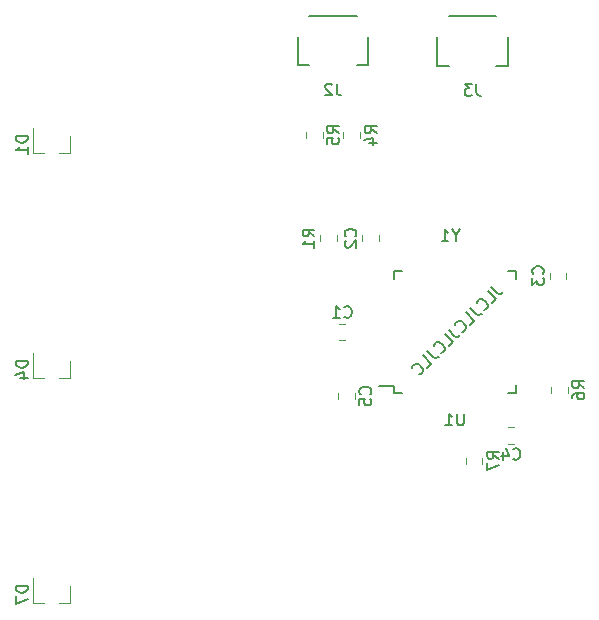
<source format=gbo>
G04 #@! TF.GenerationSoftware,KiCad,Pcbnew,(5.1.2)-2*
G04 #@! TF.CreationDate,2020-07-12T21:59:46+03:00*
G04 #@! TF.ProjectId,KB-Prototype,4b422d50-726f-4746-9f74-7970652e6b69,rev?*
G04 #@! TF.SameCoordinates,Original*
G04 #@! TF.FileFunction,Legend,Bot*
G04 #@! TF.FilePolarity,Positive*
%FSLAX46Y46*%
G04 Gerber Fmt 4.6, Leading zero omitted, Abs format (unit mm)*
G04 Created by KiCad (PCBNEW (5.1.2)-2) date 2020-07-12 21:59:46*
%MOMM*%
%LPD*%
G04 APERTURE LIST*
%ADD10C,0.150000*%
%ADD11C,0.120000*%
%ADD12C,3.602000*%
%ADD13R,0.502000X2.102000*%
%ADD14R,0.652000X1.602000*%
%ADD15R,1.602000X0.652000*%
%ADD16C,0.100000*%
%ADD17C,1.077000*%
%ADD18C,2.352000*%
%ADD19C,4.089800*%
%ADD20C,1.852000*%
%ADD21R,1.302000X1.902000*%
%ADD22R,0.702000X1.652000*%
%ADD23R,0.902000X1.002000*%
G04 APERTURE END LIST*
D10*
X80094934Y-50956614D02*
X80600011Y-51461691D01*
X80734698Y-51529034D01*
X80869385Y-51529034D01*
X81004072Y-51461691D01*
X81071415Y-51394347D01*
X80128606Y-52337156D02*
X80465324Y-52000439D01*
X79758217Y-51293332D01*
X79421499Y-52909576D02*
X79488843Y-52909576D01*
X79623530Y-52842233D01*
X79690873Y-52774889D01*
X79758217Y-52640202D01*
X79758217Y-52505515D01*
X79724545Y-52404500D01*
X79623530Y-52236141D01*
X79522514Y-52135126D01*
X79354156Y-52034111D01*
X79253140Y-52000439D01*
X79118453Y-52000439D01*
X78983766Y-52067782D01*
X78916423Y-52135126D01*
X78849079Y-52269813D01*
X78849079Y-52337156D01*
X78276660Y-52774889D02*
X78781736Y-53279965D01*
X78916423Y-53347309D01*
X79051110Y-53347309D01*
X79185797Y-53279965D01*
X79253140Y-53212622D01*
X78310331Y-54155431D02*
X78647049Y-53818713D01*
X77939942Y-53111607D01*
X77603225Y-54727851D02*
X77670568Y-54727851D01*
X77805255Y-54660507D01*
X77872599Y-54593164D01*
X77939942Y-54458477D01*
X77939942Y-54323790D01*
X77906270Y-54222774D01*
X77805255Y-54054416D01*
X77704240Y-53953400D01*
X77535881Y-53852385D01*
X77434866Y-53818713D01*
X77300179Y-53818713D01*
X77165492Y-53886057D01*
X77098148Y-53953400D01*
X77030805Y-54088087D01*
X77030805Y-54155431D01*
X76458385Y-54593164D02*
X76963461Y-55098240D01*
X77098148Y-55165583D01*
X77232835Y-55165583D01*
X77367522Y-55098240D01*
X77434866Y-55030896D01*
X76492057Y-55973705D02*
X76828774Y-55636988D01*
X76121668Y-54929881D01*
X75784950Y-56546125D02*
X75852294Y-56546125D01*
X75986981Y-56478782D01*
X76054324Y-56411438D01*
X76121668Y-56276751D01*
X76121668Y-56142064D01*
X76087996Y-56041049D01*
X75986981Y-55872690D01*
X75885965Y-55771675D01*
X75717607Y-55670660D01*
X75616591Y-55636988D01*
X75481904Y-55636988D01*
X75347217Y-55704331D01*
X75279874Y-55771675D01*
X75212530Y-55906362D01*
X75212530Y-55973705D01*
X74640111Y-56411438D02*
X75145187Y-56916514D01*
X75279874Y-56983858D01*
X75414561Y-56983858D01*
X75549248Y-56916514D01*
X75616591Y-56849171D01*
X74673782Y-57791980D02*
X75010500Y-57455263D01*
X74303393Y-56748156D01*
X73966675Y-58364400D02*
X74034019Y-58364400D01*
X74168706Y-58297056D01*
X74236049Y-58229713D01*
X74303393Y-58095026D01*
X74303393Y-57960339D01*
X74269721Y-57859324D01*
X74168706Y-57690965D01*
X74067691Y-57589950D01*
X73899332Y-57488934D01*
X73798317Y-57455263D01*
X73663630Y-57455263D01*
X73528943Y-57522606D01*
X73461599Y-57589950D01*
X73394256Y-57724637D01*
X73394256Y-57791980D01*
X71818750Y-59368750D02*
X70543750Y-59368750D01*
X82168750Y-59943750D02*
X81493750Y-59943750D01*
X82168750Y-49593750D02*
X81493750Y-49593750D01*
X71818750Y-49593750D02*
X72493750Y-49593750D01*
X71818750Y-59943750D02*
X72493750Y-59943750D01*
X71818750Y-49593750D02*
X71818750Y-50268750D01*
X82168750Y-49593750D02*
X82168750Y-50268750D01*
X82168750Y-59943750D02*
X82168750Y-59268750D01*
X71818750Y-59943750D02*
X71818750Y-59368750D01*
D11*
X77903000Y-65917578D02*
X77903000Y-65400422D01*
X79323000Y-65917578D02*
X79323000Y-65400422D01*
X85142000Y-59948578D02*
X85142000Y-59431422D01*
X86562000Y-59948578D02*
X86562000Y-59431422D01*
X64377500Y-38358578D02*
X64377500Y-37841422D01*
X65797500Y-38358578D02*
X65797500Y-37841422D01*
X67552500Y-38358578D02*
X67552500Y-37841422D01*
X68972500Y-38358578D02*
X68972500Y-37841422D01*
X67004000Y-46572672D02*
X67004000Y-47089828D01*
X65584000Y-46572672D02*
X65584000Y-47089828D01*
D10*
X75486000Y-32213000D02*
X76486000Y-32213000D01*
X75486000Y-29813000D02*
X75486000Y-32213000D01*
X80486000Y-28013000D02*
X76486000Y-28013000D01*
X81486000Y-32213000D02*
X81486000Y-29813000D01*
X80486000Y-32213000D02*
X81486000Y-32213000D01*
X63675000Y-32181250D02*
X64675000Y-32181250D01*
X63675000Y-29781250D02*
X63675000Y-32181250D01*
X68675000Y-27981250D02*
X64675000Y-27981250D01*
X69675000Y-32181250D02*
X69675000Y-29781250D01*
X68675000Y-32181250D02*
X69675000Y-32181250D01*
D11*
X44442500Y-77753750D02*
X44442500Y-76293750D01*
X41282500Y-77753750D02*
X41282500Y-75593750D01*
X41282500Y-77753750D02*
X42212500Y-77753750D01*
X44442500Y-77753750D02*
X43512500Y-77753750D01*
X44442500Y-58703750D02*
X44442500Y-57243750D01*
X41282500Y-58703750D02*
X41282500Y-56543750D01*
X41282500Y-58703750D02*
X42212500Y-58703750D01*
X44442500Y-58703750D02*
X43512500Y-58703750D01*
X44442500Y-39653750D02*
X44442500Y-38193750D01*
X41282500Y-39653750D02*
X41282500Y-37493750D01*
X41282500Y-39653750D02*
X42212500Y-39653750D01*
X44442500Y-39653750D02*
X43512500Y-39653750D01*
X67108000Y-60456578D02*
X67108000Y-59939422D01*
X68528000Y-60456578D02*
X68528000Y-59939422D01*
X81497672Y-62790000D02*
X82014828Y-62790000D01*
X81497672Y-64210000D02*
X82014828Y-64210000D01*
X86435000Y-49747672D02*
X86435000Y-50264828D01*
X85015000Y-49747672D02*
X85015000Y-50264828D01*
X70560000Y-46572672D02*
X70560000Y-47089828D01*
X69140000Y-46572672D02*
X69140000Y-47089828D01*
X67727328Y-55478750D02*
X67210172Y-55478750D01*
X67727328Y-54058750D02*
X67210172Y-54058750D01*
D10*
X77072430Y-46585190D02*
X77072430Y-47061380D01*
X77405763Y-46061380D02*
X77072430Y-46585190D01*
X76739097Y-46061380D01*
X75881954Y-47061380D02*
X76453382Y-47061380D01*
X76167668Y-47061380D02*
X76167668Y-46061380D01*
X76262906Y-46204238D01*
X76358144Y-46299476D01*
X76453382Y-46347095D01*
X77755654Y-61671130D02*
X77755654Y-62480654D01*
X77708035Y-62575892D01*
X77660416Y-62623511D01*
X77565178Y-62671130D01*
X77374702Y-62671130D01*
X77279464Y-62623511D01*
X77231845Y-62575892D01*
X77184226Y-62480654D01*
X77184226Y-61671130D01*
X76184226Y-62671130D02*
X76755654Y-62671130D01*
X76469940Y-62671130D02*
X76469940Y-61671130D01*
X76565178Y-61813988D01*
X76660416Y-61909226D01*
X76755654Y-61956845D01*
X80715380Y-65492333D02*
X80239190Y-65159000D01*
X80715380Y-64920904D02*
X79715380Y-64920904D01*
X79715380Y-65301857D01*
X79763000Y-65397095D01*
X79810619Y-65444714D01*
X79905857Y-65492333D01*
X80048714Y-65492333D01*
X80143952Y-65444714D01*
X80191571Y-65397095D01*
X80239190Y-65301857D01*
X80239190Y-64920904D01*
X79715380Y-65825666D02*
X79715380Y-66492333D01*
X80715380Y-66063761D01*
X87954380Y-59523333D02*
X87478190Y-59190000D01*
X87954380Y-58951904D02*
X86954380Y-58951904D01*
X86954380Y-59332857D01*
X87002000Y-59428095D01*
X87049619Y-59475714D01*
X87144857Y-59523333D01*
X87287714Y-59523333D01*
X87382952Y-59475714D01*
X87430571Y-59428095D01*
X87478190Y-59332857D01*
X87478190Y-58951904D01*
X86954380Y-60380476D02*
X86954380Y-60190000D01*
X87002000Y-60094761D01*
X87049619Y-60047142D01*
X87192476Y-59951904D01*
X87382952Y-59904285D01*
X87763904Y-59904285D01*
X87859142Y-59951904D01*
X87906761Y-59999523D01*
X87954380Y-60094761D01*
X87954380Y-60285238D01*
X87906761Y-60380476D01*
X87859142Y-60428095D01*
X87763904Y-60475714D01*
X87525809Y-60475714D01*
X87430571Y-60428095D01*
X87382952Y-60380476D01*
X87335333Y-60285238D01*
X87335333Y-60094761D01*
X87382952Y-59999523D01*
X87430571Y-59951904D01*
X87525809Y-59904285D01*
X67189880Y-37933333D02*
X66713690Y-37600000D01*
X67189880Y-37361904D02*
X66189880Y-37361904D01*
X66189880Y-37742857D01*
X66237500Y-37838095D01*
X66285119Y-37885714D01*
X66380357Y-37933333D01*
X66523214Y-37933333D01*
X66618452Y-37885714D01*
X66666071Y-37838095D01*
X66713690Y-37742857D01*
X66713690Y-37361904D01*
X66189880Y-38838095D02*
X66189880Y-38361904D01*
X66666071Y-38314285D01*
X66618452Y-38361904D01*
X66570833Y-38457142D01*
X66570833Y-38695238D01*
X66618452Y-38790476D01*
X66666071Y-38838095D01*
X66761309Y-38885714D01*
X66999404Y-38885714D01*
X67094642Y-38838095D01*
X67142261Y-38790476D01*
X67189880Y-38695238D01*
X67189880Y-38457142D01*
X67142261Y-38361904D01*
X67094642Y-38314285D01*
X70364880Y-37933333D02*
X69888690Y-37600000D01*
X70364880Y-37361904D02*
X69364880Y-37361904D01*
X69364880Y-37742857D01*
X69412500Y-37838095D01*
X69460119Y-37885714D01*
X69555357Y-37933333D01*
X69698214Y-37933333D01*
X69793452Y-37885714D01*
X69841071Y-37838095D01*
X69888690Y-37742857D01*
X69888690Y-37361904D01*
X69698214Y-38790476D02*
X70364880Y-38790476D01*
X69317261Y-38552380D02*
X70031547Y-38314285D01*
X70031547Y-38933333D01*
X65096380Y-46664583D02*
X64620190Y-46331250D01*
X65096380Y-46093154D02*
X64096380Y-46093154D01*
X64096380Y-46474107D01*
X64144000Y-46569345D01*
X64191619Y-46616964D01*
X64286857Y-46664583D01*
X64429714Y-46664583D01*
X64524952Y-46616964D01*
X64572571Y-46569345D01*
X64620190Y-46474107D01*
X64620190Y-46093154D01*
X65096380Y-47616964D02*
X65096380Y-47045535D01*
X65096380Y-47331250D02*
X64096380Y-47331250D01*
X64239238Y-47236011D01*
X64334476Y-47140773D01*
X64382095Y-47045535D01*
X78819333Y-33765380D02*
X78819333Y-34479666D01*
X78866952Y-34622523D01*
X78962190Y-34717761D01*
X79105047Y-34765380D01*
X79200285Y-34765380D01*
X78438380Y-33765380D02*
X77819333Y-33765380D01*
X78152666Y-34146333D01*
X78009809Y-34146333D01*
X77914571Y-34193952D01*
X77866952Y-34241571D01*
X77819333Y-34336809D01*
X77819333Y-34574904D01*
X77866952Y-34670142D01*
X77914571Y-34717761D01*
X78009809Y-34765380D01*
X78295523Y-34765380D01*
X78390761Y-34717761D01*
X78438380Y-34670142D01*
X67008333Y-33733630D02*
X67008333Y-34447916D01*
X67055952Y-34590773D01*
X67151190Y-34686011D01*
X67294047Y-34733630D01*
X67389285Y-34733630D01*
X66579761Y-33828869D02*
X66532142Y-33781250D01*
X66436904Y-33733630D01*
X66198809Y-33733630D01*
X66103571Y-33781250D01*
X66055952Y-33828869D01*
X66008333Y-33924107D01*
X66008333Y-34019345D01*
X66055952Y-34162202D01*
X66627380Y-34733630D01*
X66008333Y-34733630D01*
X40814880Y-76255654D02*
X39814880Y-76255654D01*
X39814880Y-76493750D01*
X39862500Y-76636607D01*
X39957738Y-76731845D01*
X40052976Y-76779464D01*
X40243452Y-76827083D01*
X40386309Y-76827083D01*
X40576785Y-76779464D01*
X40672023Y-76731845D01*
X40767261Y-76636607D01*
X40814880Y-76493750D01*
X40814880Y-76255654D01*
X39814880Y-77160416D02*
X39814880Y-77827083D01*
X40814880Y-77398511D01*
X40814880Y-57205654D02*
X39814880Y-57205654D01*
X39814880Y-57443750D01*
X39862500Y-57586607D01*
X39957738Y-57681845D01*
X40052976Y-57729464D01*
X40243452Y-57777083D01*
X40386309Y-57777083D01*
X40576785Y-57729464D01*
X40672023Y-57681845D01*
X40767261Y-57586607D01*
X40814880Y-57443750D01*
X40814880Y-57205654D01*
X40148214Y-58634226D02*
X40814880Y-58634226D01*
X39767261Y-58396130D02*
X40481547Y-58158035D01*
X40481547Y-58777083D01*
X40814880Y-38155654D02*
X39814880Y-38155654D01*
X39814880Y-38393750D01*
X39862500Y-38536607D01*
X39957738Y-38631845D01*
X40052976Y-38679464D01*
X40243452Y-38727083D01*
X40386309Y-38727083D01*
X40576785Y-38679464D01*
X40672023Y-38631845D01*
X40767261Y-38536607D01*
X40814880Y-38393750D01*
X40814880Y-38155654D01*
X40814880Y-39679464D02*
X40814880Y-39108035D01*
X40814880Y-39393750D02*
X39814880Y-39393750D01*
X39957738Y-39298511D01*
X40052976Y-39203273D01*
X40100595Y-39108035D01*
X69825142Y-60031333D02*
X69872761Y-59983714D01*
X69920380Y-59840857D01*
X69920380Y-59745619D01*
X69872761Y-59602761D01*
X69777523Y-59507523D01*
X69682285Y-59459904D01*
X69491809Y-59412285D01*
X69348952Y-59412285D01*
X69158476Y-59459904D01*
X69063238Y-59507523D01*
X68968000Y-59602761D01*
X68920380Y-59745619D01*
X68920380Y-59840857D01*
X68968000Y-59983714D01*
X69015619Y-60031333D01*
X68920380Y-60936095D02*
X68920380Y-60459904D01*
X69396571Y-60412285D01*
X69348952Y-60459904D01*
X69301333Y-60555142D01*
X69301333Y-60793238D01*
X69348952Y-60888476D01*
X69396571Y-60936095D01*
X69491809Y-60983714D01*
X69729904Y-60983714D01*
X69825142Y-60936095D01*
X69872761Y-60888476D01*
X69920380Y-60793238D01*
X69920380Y-60555142D01*
X69872761Y-60459904D01*
X69825142Y-60412285D01*
X81922916Y-65507142D02*
X81970535Y-65554761D01*
X82113392Y-65602380D01*
X82208630Y-65602380D01*
X82351488Y-65554761D01*
X82446726Y-65459523D01*
X82494345Y-65364285D01*
X82541964Y-65173809D01*
X82541964Y-65030952D01*
X82494345Y-64840476D01*
X82446726Y-64745238D01*
X82351488Y-64650000D01*
X82208630Y-64602380D01*
X82113392Y-64602380D01*
X81970535Y-64650000D01*
X81922916Y-64697619D01*
X81065773Y-64935714D02*
X81065773Y-65602380D01*
X81303869Y-64554761D02*
X81541964Y-65269047D01*
X80922916Y-65269047D01*
X84432142Y-49839583D02*
X84479761Y-49791964D01*
X84527380Y-49649107D01*
X84527380Y-49553869D01*
X84479761Y-49411011D01*
X84384523Y-49315773D01*
X84289285Y-49268154D01*
X84098809Y-49220535D01*
X83955952Y-49220535D01*
X83765476Y-49268154D01*
X83670238Y-49315773D01*
X83575000Y-49411011D01*
X83527380Y-49553869D01*
X83527380Y-49649107D01*
X83575000Y-49791964D01*
X83622619Y-49839583D01*
X83527380Y-50172916D02*
X83527380Y-50791964D01*
X83908333Y-50458630D01*
X83908333Y-50601488D01*
X83955952Y-50696726D01*
X84003571Y-50744345D01*
X84098809Y-50791964D01*
X84336904Y-50791964D01*
X84432142Y-50744345D01*
X84479761Y-50696726D01*
X84527380Y-50601488D01*
X84527380Y-50315773D01*
X84479761Y-50220535D01*
X84432142Y-50172916D01*
X68557142Y-46664583D02*
X68604761Y-46616964D01*
X68652380Y-46474107D01*
X68652380Y-46378869D01*
X68604761Y-46236011D01*
X68509523Y-46140773D01*
X68414285Y-46093154D01*
X68223809Y-46045535D01*
X68080952Y-46045535D01*
X67890476Y-46093154D01*
X67795238Y-46140773D01*
X67700000Y-46236011D01*
X67652380Y-46378869D01*
X67652380Y-46474107D01*
X67700000Y-46616964D01*
X67747619Y-46664583D01*
X67747619Y-47045535D02*
X67700000Y-47093154D01*
X67652380Y-47188392D01*
X67652380Y-47426488D01*
X67700000Y-47521726D01*
X67747619Y-47569345D01*
X67842857Y-47616964D01*
X67938095Y-47616964D01*
X68080952Y-47569345D01*
X68652380Y-46997916D01*
X68652380Y-47616964D01*
X67635416Y-53475892D02*
X67683035Y-53523511D01*
X67825892Y-53571130D01*
X67921130Y-53571130D01*
X68063988Y-53523511D01*
X68159226Y-53428273D01*
X68206845Y-53333035D01*
X68254464Y-53142559D01*
X68254464Y-52999702D01*
X68206845Y-52809226D01*
X68159226Y-52713988D01*
X68063988Y-52618750D01*
X67921130Y-52571130D01*
X67825892Y-52571130D01*
X67683035Y-52618750D01*
X67635416Y-52666369D01*
X66683035Y-53571130D02*
X67254464Y-53571130D01*
X66968750Y-53571130D02*
X66968750Y-52571130D01*
X67063988Y-52713988D01*
X67159226Y-52809226D01*
X67254464Y-52856845D01*
%LPC*%
D12*
X89789000Y-77978000D03*
X89916000Y-26797000D03*
X26797000Y-77978000D03*
X26924000Y-26797000D03*
D13*
X75381000Y-44577000D03*
X77781000Y-44577000D03*
X76581000Y-44577000D03*
D14*
X72993750Y-60468750D03*
X73793750Y-60468750D03*
X74593750Y-60468750D03*
X75393750Y-60468750D03*
X76193750Y-60468750D03*
X76993750Y-60468750D03*
X77793750Y-60468750D03*
X78593750Y-60468750D03*
X79393750Y-60468750D03*
X80193750Y-60468750D03*
X80993750Y-60468750D03*
D15*
X82693750Y-58768750D03*
X82693750Y-57968750D03*
X82693750Y-57168750D03*
X82693750Y-56368750D03*
X82693750Y-55568750D03*
X82693750Y-54768750D03*
X82693750Y-53968750D03*
X82693750Y-53168750D03*
X82693750Y-52368750D03*
X82693750Y-51568750D03*
X82693750Y-50768750D03*
D14*
X80993750Y-49068750D03*
X80193750Y-49068750D03*
X79393750Y-49068750D03*
X78593750Y-49068750D03*
X77793750Y-49068750D03*
X76993750Y-49068750D03*
X76193750Y-49068750D03*
X75393750Y-49068750D03*
X74593750Y-49068750D03*
X73793750Y-49068750D03*
X72993750Y-49068750D03*
D15*
X71293750Y-50768750D03*
X71293750Y-51568750D03*
X71293750Y-52368750D03*
X71293750Y-53168750D03*
X71293750Y-53968750D03*
X71293750Y-54768750D03*
X71293750Y-55568750D03*
X71293750Y-56368750D03*
X71293750Y-57168750D03*
X71293750Y-57968750D03*
X71293750Y-58768750D03*
D16*
G36*
X79121141Y-64184297D02*
G01*
X79147278Y-64188174D01*
X79172909Y-64194594D01*
X79197788Y-64203495D01*
X79221674Y-64214793D01*
X79244337Y-64228377D01*
X79265560Y-64244117D01*
X79285139Y-64261861D01*
X79302883Y-64281440D01*
X79318623Y-64302663D01*
X79332207Y-64325326D01*
X79343505Y-64349212D01*
X79352406Y-64374091D01*
X79358826Y-64399722D01*
X79362703Y-64425859D01*
X79364000Y-64452250D01*
X79364000Y-64990750D01*
X79362703Y-65017141D01*
X79358826Y-65043278D01*
X79352406Y-65068909D01*
X79343505Y-65093788D01*
X79332207Y-65117674D01*
X79318623Y-65140337D01*
X79302883Y-65161560D01*
X79285139Y-65181139D01*
X79265560Y-65198883D01*
X79244337Y-65214623D01*
X79221674Y-65228207D01*
X79197788Y-65239505D01*
X79172909Y-65248406D01*
X79147278Y-65254826D01*
X79121141Y-65258703D01*
X79094750Y-65260000D01*
X78131250Y-65260000D01*
X78104859Y-65258703D01*
X78078722Y-65254826D01*
X78053091Y-65248406D01*
X78028212Y-65239505D01*
X78004326Y-65228207D01*
X77981663Y-65214623D01*
X77960440Y-65198883D01*
X77940861Y-65181139D01*
X77923117Y-65161560D01*
X77907377Y-65140337D01*
X77893793Y-65117674D01*
X77882495Y-65093788D01*
X77873594Y-65068909D01*
X77867174Y-65043278D01*
X77863297Y-65017141D01*
X77862000Y-64990750D01*
X77862000Y-64452250D01*
X77863297Y-64425859D01*
X77867174Y-64399722D01*
X77873594Y-64374091D01*
X77882495Y-64349212D01*
X77893793Y-64325326D01*
X77907377Y-64302663D01*
X77923117Y-64281440D01*
X77940861Y-64261861D01*
X77960440Y-64244117D01*
X77981663Y-64228377D01*
X78004326Y-64214793D01*
X78028212Y-64203495D01*
X78053091Y-64194594D01*
X78078722Y-64188174D01*
X78104859Y-64184297D01*
X78131250Y-64183000D01*
X79094750Y-64183000D01*
X79121141Y-64184297D01*
X79121141Y-64184297D01*
G37*
D17*
X78613000Y-64721500D03*
D16*
G36*
X79121141Y-66059297D02*
G01*
X79147278Y-66063174D01*
X79172909Y-66069594D01*
X79197788Y-66078495D01*
X79221674Y-66089793D01*
X79244337Y-66103377D01*
X79265560Y-66119117D01*
X79285139Y-66136861D01*
X79302883Y-66156440D01*
X79318623Y-66177663D01*
X79332207Y-66200326D01*
X79343505Y-66224212D01*
X79352406Y-66249091D01*
X79358826Y-66274722D01*
X79362703Y-66300859D01*
X79364000Y-66327250D01*
X79364000Y-66865750D01*
X79362703Y-66892141D01*
X79358826Y-66918278D01*
X79352406Y-66943909D01*
X79343505Y-66968788D01*
X79332207Y-66992674D01*
X79318623Y-67015337D01*
X79302883Y-67036560D01*
X79285139Y-67056139D01*
X79265560Y-67073883D01*
X79244337Y-67089623D01*
X79221674Y-67103207D01*
X79197788Y-67114505D01*
X79172909Y-67123406D01*
X79147278Y-67129826D01*
X79121141Y-67133703D01*
X79094750Y-67135000D01*
X78131250Y-67135000D01*
X78104859Y-67133703D01*
X78078722Y-67129826D01*
X78053091Y-67123406D01*
X78028212Y-67114505D01*
X78004326Y-67103207D01*
X77981663Y-67089623D01*
X77960440Y-67073883D01*
X77940861Y-67056139D01*
X77923117Y-67036560D01*
X77907377Y-67015337D01*
X77893793Y-66992674D01*
X77882495Y-66968788D01*
X77873594Y-66943909D01*
X77867174Y-66918278D01*
X77863297Y-66892141D01*
X77862000Y-66865750D01*
X77862000Y-66327250D01*
X77863297Y-66300859D01*
X77867174Y-66274722D01*
X77873594Y-66249091D01*
X77882495Y-66224212D01*
X77893793Y-66200326D01*
X77907377Y-66177663D01*
X77923117Y-66156440D01*
X77940861Y-66136861D01*
X77960440Y-66119117D01*
X77981663Y-66103377D01*
X78004326Y-66089793D01*
X78028212Y-66078495D01*
X78053091Y-66069594D01*
X78078722Y-66063174D01*
X78104859Y-66059297D01*
X78131250Y-66058000D01*
X79094750Y-66058000D01*
X79121141Y-66059297D01*
X79121141Y-66059297D01*
G37*
D17*
X78613000Y-66596500D03*
D16*
G36*
X86360141Y-58215297D02*
G01*
X86386278Y-58219174D01*
X86411909Y-58225594D01*
X86436788Y-58234495D01*
X86460674Y-58245793D01*
X86483337Y-58259377D01*
X86504560Y-58275117D01*
X86524139Y-58292861D01*
X86541883Y-58312440D01*
X86557623Y-58333663D01*
X86571207Y-58356326D01*
X86582505Y-58380212D01*
X86591406Y-58405091D01*
X86597826Y-58430722D01*
X86601703Y-58456859D01*
X86603000Y-58483250D01*
X86603000Y-59021750D01*
X86601703Y-59048141D01*
X86597826Y-59074278D01*
X86591406Y-59099909D01*
X86582505Y-59124788D01*
X86571207Y-59148674D01*
X86557623Y-59171337D01*
X86541883Y-59192560D01*
X86524139Y-59212139D01*
X86504560Y-59229883D01*
X86483337Y-59245623D01*
X86460674Y-59259207D01*
X86436788Y-59270505D01*
X86411909Y-59279406D01*
X86386278Y-59285826D01*
X86360141Y-59289703D01*
X86333750Y-59291000D01*
X85370250Y-59291000D01*
X85343859Y-59289703D01*
X85317722Y-59285826D01*
X85292091Y-59279406D01*
X85267212Y-59270505D01*
X85243326Y-59259207D01*
X85220663Y-59245623D01*
X85199440Y-59229883D01*
X85179861Y-59212139D01*
X85162117Y-59192560D01*
X85146377Y-59171337D01*
X85132793Y-59148674D01*
X85121495Y-59124788D01*
X85112594Y-59099909D01*
X85106174Y-59074278D01*
X85102297Y-59048141D01*
X85101000Y-59021750D01*
X85101000Y-58483250D01*
X85102297Y-58456859D01*
X85106174Y-58430722D01*
X85112594Y-58405091D01*
X85121495Y-58380212D01*
X85132793Y-58356326D01*
X85146377Y-58333663D01*
X85162117Y-58312440D01*
X85179861Y-58292861D01*
X85199440Y-58275117D01*
X85220663Y-58259377D01*
X85243326Y-58245793D01*
X85267212Y-58234495D01*
X85292091Y-58225594D01*
X85317722Y-58219174D01*
X85343859Y-58215297D01*
X85370250Y-58214000D01*
X86333750Y-58214000D01*
X86360141Y-58215297D01*
X86360141Y-58215297D01*
G37*
D17*
X85852000Y-58752500D03*
D16*
G36*
X86360141Y-60090297D02*
G01*
X86386278Y-60094174D01*
X86411909Y-60100594D01*
X86436788Y-60109495D01*
X86460674Y-60120793D01*
X86483337Y-60134377D01*
X86504560Y-60150117D01*
X86524139Y-60167861D01*
X86541883Y-60187440D01*
X86557623Y-60208663D01*
X86571207Y-60231326D01*
X86582505Y-60255212D01*
X86591406Y-60280091D01*
X86597826Y-60305722D01*
X86601703Y-60331859D01*
X86603000Y-60358250D01*
X86603000Y-60896750D01*
X86601703Y-60923141D01*
X86597826Y-60949278D01*
X86591406Y-60974909D01*
X86582505Y-60999788D01*
X86571207Y-61023674D01*
X86557623Y-61046337D01*
X86541883Y-61067560D01*
X86524139Y-61087139D01*
X86504560Y-61104883D01*
X86483337Y-61120623D01*
X86460674Y-61134207D01*
X86436788Y-61145505D01*
X86411909Y-61154406D01*
X86386278Y-61160826D01*
X86360141Y-61164703D01*
X86333750Y-61166000D01*
X85370250Y-61166000D01*
X85343859Y-61164703D01*
X85317722Y-61160826D01*
X85292091Y-61154406D01*
X85267212Y-61145505D01*
X85243326Y-61134207D01*
X85220663Y-61120623D01*
X85199440Y-61104883D01*
X85179861Y-61087139D01*
X85162117Y-61067560D01*
X85146377Y-61046337D01*
X85132793Y-61023674D01*
X85121495Y-60999788D01*
X85112594Y-60974909D01*
X85106174Y-60949278D01*
X85102297Y-60923141D01*
X85101000Y-60896750D01*
X85101000Y-60358250D01*
X85102297Y-60331859D01*
X85106174Y-60305722D01*
X85112594Y-60280091D01*
X85121495Y-60255212D01*
X85132793Y-60231326D01*
X85146377Y-60208663D01*
X85162117Y-60187440D01*
X85179861Y-60167861D01*
X85199440Y-60150117D01*
X85220663Y-60134377D01*
X85243326Y-60120793D01*
X85267212Y-60109495D01*
X85292091Y-60100594D01*
X85317722Y-60094174D01*
X85343859Y-60090297D01*
X85370250Y-60089000D01*
X86333750Y-60089000D01*
X86360141Y-60090297D01*
X86360141Y-60090297D01*
G37*
D17*
X85852000Y-60627500D03*
D16*
G36*
X65595641Y-36625297D02*
G01*
X65621778Y-36629174D01*
X65647409Y-36635594D01*
X65672288Y-36644495D01*
X65696174Y-36655793D01*
X65718837Y-36669377D01*
X65740060Y-36685117D01*
X65759639Y-36702861D01*
X65777383Y-36722440D01*
X65793123Y-36743663D01*
X65806707Y-36766326D01*
X65818005Y-36790212D01*
X65826906Y-36815091D01*
X65833326Y-36840722D01*
X65837203Y-36866859D01*
X65838500Y-36893250D01*
X65838500Y-37431750D01*
X65837203Y-37458141D01*
X65833326Y-37484278D01*
X65826906Y-37509909D01*
X65818005Y-37534788D01*
X65806707Y-37558674D01*
X65793123Y-37581337D01*
X65777383Y-37602560D01*
X65759639Y-37622139D01*
X65740060Y-37639883D01*
X65718837Y-37655623D01*
X65696174Y-37669207D01*
X65672288Y-37680505D01*
X65647409Y-37689406D01*
X65621778Y-37695826D01*
X65595641Y-37699703D01*
X65569250Y-37701000D01*
X64605750Y-37701000D01*
X64579359Y-37699703D01*
X64553222Y-37695826D01*
X64527591Y-37689406D01*
X64502712Y-37680505D01*
X64478826Y-37669207D01*
X64456163Y-37655623D01*
X64434940Y-37639883D01*
X64415361Y-37622139D01*
X64397617Y-37602560D01*
X64381877Y-37581337D01*
X64368293Y-37558674D01*
X64356995Y-37534788D01*
X64348094Y-37509909D01*
X64341674Y-37484278D01*
X64337797Y-37458141D01*
X64336500Y-37431750D01*
X64336500Y-36893250D01*
X64337797Y-36866859D01*
X64341674Y-36840722D01*
X64348094Y-36815091D01*
X64356995Y-36790212D01*
X64368293Y-36766326D01*
X64381877Y-36743663D01*
X64397617Y-36722440D01*
X64415361Y-36702861D01*
X64434940Y-36685117D01*
X64456163Y-36669377D01*
X64478826Y-36655793D01*
X64502712Y-36644495D01*
X64527591Y-36635594D01*
X64553222Y-36629174D01*
X64579359Y-36625297D01*
X64605750Y-36624000D01*
X65569250Y-36624000D01*
X65595641Y-36625297D01*
X65595641Y-36625297D01*
G37*
D17*
X65087500Y-37162500D03*
D16*
G36*
X65595641Y-38500297D02*
G01*
X65621778Y-38504174D01*
X65647409Y-38510594D01*
X65672288Y-38519495D01*
X65696174Y-38530793D01*
X65718837Y-38544377D01*
X65740060Y-38560117D01*
X65759639Y-38577861D01*
X65777383Y-38597440D01*
X65793123Y-38618663D01*
X65806707Y-38641326D01*
X65818005Y-38665212D01*
X65826906Y-38690091D01*
X65833326Y-38715722D01*
X65837203Y-38741859D01*
X65838500Y-38768250D01*
X65838500Y-39306750D01*
X65837203Y-39333141D01*
X65833326Y-39359278D01*
X65826906Y-39384909D01*
X65818005Y-39409788D01*
X65806707Y-39433674D01*
X65793123Y-39456337D01*
X65777383Y-39477560D01*
X65759639Y-39497139D01*
X65740060Y-39514883D01*
X65718837Y-39530623D01*
X65696174Y-39544207D01*
X65672288Y-39555505D01*
X65647409Y-39564406D01*
X65621778Y-39570826D01*
X65595641Y-39574703D01*
X65569250Y-39576000D01*
X64605750Y-39576000D01*
X64579359Y-39574703D01*
X64553222Y-39570826D01*
X64527591Y-39564406D01*
X64502712Y-39555505D01*
X64478826Y-39544207D01*
X64456163Y-39530623D01*
X64434940Y-39514883D01*
X64415361Y-39497139D01*
X64397617Y-39477560D01*
X64381877Y-39456337D01*
X64368293Y-39433674D01*
X64356995Y-39409788D01*
X64348094Y-39384909D01*
X64341674Y-39359278D01*
X64337797Y-39333141D01*
X64336500Y-39306750D01*
X64336500Y-38768250D01*
X64337797Y-38741859D01*
X64341674Y-38715722D01*
X64348094Y-38690091D01*
X64356995Y-38665212D01*
X64368293Y-38641326D01*
X64381877Y-38618663D01*
X64397617Y-38597440D01*
X64415361Y-38577861D01*
X64434940Y-38560117D01*
X64456163Y-38544377D01*
X64478826Y-38530793D01*
X64502712Y-38519495D01*
X64527591Y-38510594D01*
X64553222Y-38504174D01*
X64579359Y-38500297D01*
X64605750Y-38499000D01*
X65569250Y-38499000D01*
X65595641Y-38500297D01*
X65595641Y-38500297D01*
G37*
D17*
X65087500Y-39037500D03*
D16*
G36*
X68770641Y-36625297D02*
G01*
X68796778Y-36629174D01*
X68822409Y-36635594D01*
X68847288Y-36644495D01*
X68871174Y-36655793D01*
X68893837Y-36669377D01*
X68915060Y-36685117D01*
X68934639Y-36702861D01*
X68952383Y-36722440D01*
X68968123Y-36743663D01*
X68981707Y-36766326D01*
X68993005Y-36790212D01*
X69001906Y-36815091D01*
X69008326Y-36840722D01*
X69012203Y-36866859D01*
X69013500Y-36893250D01*
X69013500Y-37431750D01*
X69012203Y-37458141D01*
X69008326Y-37484278D01*
X69001906Y-37509909D01*
X68993005Y-37534788D01*
X68981707Y-37558674D01*
X68968123Y-37581337D01*
X68952383Y-37602560D01*
X68934639Y-37622139D01*
X68915060Y-37639883D01*
X68893837Y-37655623D01*
X68871174Y-37669207D01*
X68847288Y-37680505D01*
X68822409Y-37689406D01*
X68796778Y-37695826D01*
X68770641Y-37699703D01*
X68744250Y-37701000D01*
X67780750Y-37701000D01*
X67754359Y-37699703D01*
X67728222Y-37695826D01*
X67702591Y-37689406D01*
X67677712Y-37680505D01*
X67653826Y-37669207D01*
X67631163Y-37655623D01*
X67609940Y-37639883D01*
X67590361Y-37622139D01*
X67572617Y-37602560D01*
X67556877Y-37581337D01*
X67543293Y-37558674D01*
X67531995Y-37534788D01*
X67523094Y-37509909D01*
X67516674Y-37484278D01*
X67512797Y-37458141D01*
X67511500Y-37431750D01*
X67511500Y-36893250D01*
X67512797Y-36866859D01*
X67516674Y-36840722D01*
X67523094Y-36815091D01*
X67531995Y-36790212D01*
X67543293Y-36766326D01*
X67556877Y-36743663D01*
X67572617Y-36722440D01*
X67590361Y-36702861D01*
X67609940Y-36685117D01*
X67631163Y-36669377D01*
X67653826Y-36655793D01*
X67677712Y-36644495D01*
X67702591Y-36635594D01*
X67728222Y-36629174D01*
X67754359Y-36625297D01*
X67780750Y-36624000D01*
X68744250Y-36624000D01*
X68770641Y-36625297D01*
X68770641Y-36625297D01*
G37*
D17*
X68262500Y-37162500D03*
D16*
G36*
X68770641Y-38500297D02*
G01*
X68796778Y-38504174D01*
X68822409Y-38510594D01*
X68847288Y-38519495D01*
X68871174Y-38530793D01*
X68893837Y-38544377D01*
X68915060Y-38560117D01*
X68934639Y-38577861D01*
X68952383Y-38597440D01*
X68968123Y-38618663D01*
X68981707Y-38641326D01*
X68993005Y-38665212D01*
X69001906Y-38690091D01*
X69008326Y-38715722D01*
X69012203Y-38741859D01*
X69013500Y-38768250D01*
X69013500Y-39306750D01*
X69012203Y-39333141D01*
X69008326Y-39359278D01*
X69001906Y-39384909D01*
X68993005Y-39409788D01*
X68981707Y-39433674D01*
X68968123Y-39456337D01*
X68952383Y-39477560D01*
X68934639Y-39497139D01*
X68915060Y-39514883D01*
X68893837Y-39530623D01*
X68871174Y-39544207D01*
X68847288Y-39555505D01*
X68822409Y-39564406D01*
X68796778Y-39570826D01*
X68770641Y-39574703D01*
X68744250Y-39576000D01*
X67780750Y-39576000D01*
X67754359Y-39574703D01*
X67728222Y-39570826D01*
X67702591Y-39564406D01*
X67677712Y-39555505D01*
X67653826Y-39544207D01*
X67631163Y-39530623D01*
X67609940Y-39514883D01*
X67590361Y-39497139D01*
X67572617Y-39477560D01*
X67556877Y-39456337D01*
X67543293Y-39433674D01*
X67531995Y-39409788D01*
X67523094Y-39384909D01*
X67516674Y-39359278D01*
X67512797Y-39333141D01*
X67511500Y-39306750D01*
X67511500Y-38768250D01*
X67512797Y-38741859D01*
X67516674Y-38715722D01*
X67523094Y-38690091D01*
X67531995Y-38665212D01*
X67543293Y-38641326D01*
X67556877Y-38618663D01*
X67572617Y-38597440D01*
X67590361Y-38577861D01*
X67609940Y-38560117D01*
X67631163Y-38544377D01*
X67653826Y-38530793D01*
X67677712Y-38519495D01*
X67702591Y-38510594D01*
X67728222Y-38504174D01*
X67754359Y-38500297D01*
X67780750Y-38499000D01*
X68744250Y-38499000D01*
X68770641Y-38500297D01*
X68770641Y-38500297D01*
G37*
D17*
X68262500Y-39037500D03*
D16*
G36*
X66802141Y-47231547D02*
G01*
X66828278Y-47235424D01*
X66853909Y-47241844D01*
X66878788Y-47250745D01*
X66902674Y-47262043D01*
X66925337Y-47275627D01*
X66946560Y-47291367D01*
X66966139Y-47309111D01*
X66983883Y-47328690D01*
X66999623Y-47349913D01*
X67013207Y-47372576D01*
X67024505Y-47396462D01*
X67033406Y-47421341D01*
X67039826Y-47446972D01*
X67043703Y-47473109D01*
X67045000Y-47499500D01*
X67045000Y-48038000D01*
X67043703Y-48064391D01*
X67039826Y-48090528D01*
X67033406Y-48116159D01*
X67024505Y-48141038D01*
X67013207Y-48164924D01*
X66999623Y-48187587D01*
X66983883Y-48208810D01*
X66966139Y-48228389D01*
X66946560Y-48246133D01*
X66925337Y-48261873D01*
X66902674Y-48275457D01*
X66878788Y-48286755D01*
X66853909Y-48295656D01*
X66828278Y-48302076D01*
X66802141Y-48305953D01*
X66775750Y-48307250D01*
X65812250Y-48307250D01*
X65785859Y-48305953D01*
X65759722Y-48302076D01*
X65734091Y-48295656D01*
X65709212Y-48286755D01*
X65685326Y-48275457D01*
X65662663Y-48261873D01*
X65641440Y-48246133D01*
X65621861Y-48228389D01*
X65604117Y-48208810D01*
X65588377Y-48187587D01*
X65574793Y-48164924D01*
X65563495Y-48141038D01*
X65554594Y-48116159D01*
X65548174Y-48090528D01*
X65544297Y-48064391D01*
X65543000Y-48038000D01*
X65543000Y-47499500D01*
X65544297Y-47473109D01*
X65548174Y-47446972D01*
X65554594Y-47421341D01*
X65563495Y-47396462D01*
X65574793Y-47372576D01*
X65588377Y-47349913D01*
X65604117Y-47328690D01*
X65621861Y-47309111D01*
X65641440Y-47291367D01*
X65662663Y-47275627D01*
X65685326Y-47262043D01*
X65709212Y-47250745D01*
X65734091Y-47241844D01*
X65759722Y-47235424D01*
X65785859Y-47231547D01*
X65812250Y-47230250D01*
X66775750Y-47230250D01*
X66802141Y-47231547D01*
X66802141Y-47231547D01*
G37*
D17*
X66294000Y-47768750D03*
D16*
G36*
X66802141Y-45356547D02*
G01*
X66828278Y-45360424D01*
X66853909Y-45366844D01*
X66878788Y-45375745D01*
X66902674Y-45387043D01*
X66925337Y-45400627D01*
X66946560Y-45416367D01*
X66966139Y-45434111D01*
X66983883Y-45453690D01*
X66999623Y-45474913D01*
X67013207Y-45497576D01*
X67024505Y-45521462D01*
X67033406Y-45546341D01*
X67039826Y-45571972D01*
X67043703Y-45598109D01*
X67045000Y-45624500D01*
X67045000Y-46163000D01*
X67043703Y-46189391D01*
X67039826Y-46215528D01*
X67033406Y-46241159D01*
X67024505Y-46266038D01*
X67013207Y-46289924D01*
X66999623Y-46312587D01*
X66983883Y-46333810D01*
X66966139Y-46353389D01*
X66946560Y-46371133D01*
X66925337Y-46386873D01*
X66902674Y-46400457D01*
X66878788Y-46411755D01*
X66853909Y-46420656D01*
X66828278Y-46427076D01*
X66802141Y-46430953D01*
X66775750Y-46432250D01*
X65812250Y-46432250D01*
X65785859Y-46430953D01*
X65759722Y-46427076D01*
X65734091Y-46420656D01*
X65709212Y-46411755D01*
X65685326Y-46400457D01*
X65662663Y-46386873D01*
X65641440Y-46371133D01*
X65621861Y-46353389D01*
X65604117Y-46333810D01*
X65588377Y-46312587D01*
X65574793Y-46289924D01*
X65563495Y-46266038D01*
X65554594Y-46241159D01*
X65548174Y-46215528D01*
X65544297Y-46189391D01*
X65543000Y-46163000D01*
X65543000Y-45624500D01*
X65544297Y-45598109D01*
X65548174Y-45571972D01*
X65554594Y-45546341D01*
X65563495Y-45521462D01*
X65574793Y-45497576D01*
X65588377Y-45474913D01*
X65604117Y-45453690D01*
X65621861Y-45434111D01*
X65641440Y-45416367D01*
X65662663Y-45400627D01*
X65685326Y-45387043D01*
X65709212Y-45375745D01*
X65734091Y-45366844D01*
X65759722Y-45360424D01*
X65785859Y-45356547D01*
X65812250Y-45355250D01*
X66775750Y-45355250D01*
X66802141Y-45356547D01*
X66802141Y-45356547D01*
G37*
D17*
X66294000Y-45893750D03*
D18*
X54927500Y-66357500D03*
D19*
X52387500Y-71437500D03*
D18*
X48577500Y-68897500D03*
D20*
X47307500Y-71437500D03*
X57467500Y-71437500D03*
D18*
X35877500Y-66357500D03*
D19*
X33337500Y-71437500D03*
D18*
X29527500Y-68897500D03*
D20*
X28257500Y-71437500D03*
X38417500Y-71437500D03*
D18*
X54927500Y-47307500D03*
D19*
X52387500Y-52387500D03*
D18*
X48577500Y-49847500D03*
D20*
X47307500Y-52387500D03*
X57467500Y-52387500D03*
D18*
X35877500Y-47307500D03*
D19*
X33337500Y-52387500D03*
D18*
X29527500Y-49847500D03*
D20*
X28257500Y-52387500D03*
X38417500Y-52387500D03*
D18*
X54927500Y-28257500D03*
D19*
X52387500Y-33337500D03*
D18*
X48577500Y-30797500D03*
D20*
X47307500Y-33337500D03*
X57467500Y-33337500D03*
D18*
X35877500Y-28257500D03*
D19*
X33337500Y-33337500D03*
D18*
X29527500Y-30797500D03*
D20*
X28257500Y-33337500D03*
X38417500Y-33337500D03*
D21*
X81286000Y-28713000D03*
X75686000Y-28713000D03*
D22*
X76986000Y-32588000D03*
X77986000Y-32588000D03*
X79986000Y-32588000D03*
X78986000Y-32588000D03*
D21*
X69475000Y-28681250D03*
X63875000Y-28681250D03*
D22*
X65175000Y-32556250D03*
X66175000Y-32556250D03*
X68175000Y-32556250D03*
X67175000Y-32556250D03*
D23*
X42862500Y-77993750D03*
X43812500Y-75993750D03*
X41912500Y-75993750D03*
X42862500Y-58943750D03*
X43812500Y-56943750D03*
X41912500Y-56943750D03*
X42862500Y-39893750D03*
X43812500Y-37893750D03*
X41912500Y-37893750D03*
D16*
G36*
X68326141Y-58723297D02*
G01*
X68352278Y-58727174D01*
X68377909Y-58733594D01*
X68402788Y-58742495D01*
X68426674Y-58753793D01*
X68449337Y-58767377D01*
X68470560Y-58783117D01*
X68490139Y-58800861D01*
X68507883Y-58820440D01*
X68523623Y-58841663D01*
X68537207Y-58864326D01*
X68548505Y-58888212D01*
X68557406Y-58913091D01*
X68563826Y-58938722D01*
X68567703Y-58964859D01*
X68569000Y-58991250D01*
X68569000Y-59529750D01*
X68567703Y-59556141D01*
X68563826Y-59582278D01*
X68557406Y-59607909D01*
X68548505Y-59632788D01*
X68537207Y-59656674D01*
X68523623Y-59679337D01*
X68507883Y-59700560D01*
X68490139Y-59720139D01*
X68470560Y-59737883D01*
X68449337Y-59753623D01*
X68426674Y-59767207D01*
X68402788Y-59778505D01*
X68377909Y-59787406D01*
X68352278Y-59793826D01*
X68326141Y-59797703D01*
X68299750Y-59799000D01*
X67336250Y-59799000D01*
X67309859Y-59797703D01*
X67283722Y-59793826D01*
X67258091Y-59787406D01*
X67233212Y-59778505D01*
X67209326Y-59767207D01*
X67186663Y-59753623D01*
X67165440Y-59737883D01*
X67145861Y-59720139D01*
X67128117Y-59700560D01*
X67112377Y-59679337D01*
X67098793Y-59656674D01*
X67087495Y-59632788D01*
X67078594Y-59607909D01*
X67072174Y-59582278D01*
X67068297Y-59556141D01*
X67067000Y-59529750D01*
X67067000Y-58991250D01*
X67068297Y-58964859D01*
X67072174Y-58938722D01*
X67078594Y-58913091D01*
X67087495Y-58888212D01*
X67098793Y-58864326D01*
X67112377Y-58841663D01*
X67128117Y-58820440D01*
X67145861Y-58800861D01*
X67165440Y-58783117D01*
X67186663Y-58767377D01*
X67209326Y-58753793D01*
X67233212Y-58742495D01*
X67258091Y-58733594D01*
X67283722Y-58727174D01*
X67309859Y-58723297D01*
X67336250Y-58722000D01*
X68299750Y-58722000D01*
X68326141Y-58723297D01*
X68326141Y-58723297D01*
G37*
D17*
X67818000Y-59260500D03*
D16*
G36*
X68326141Y-60598297D02*
G01*
X68352278Y-60602174D01*
X68377909Y-60608594D01*
X68402788Y-60617495D01*
X68426674Y-60628793D01*
X68449337Y-60642377D01*
X68470560Y-60658117D01*
X68490139Y-60675861D01*
X68507883Y-60695440D01*
X68523623Y-60716663D01*
X68537207Y-60739326D01*
X68548505Y-60763212D01*
X68557406Y-60788091D01*
X68563826Y-60813722D01*
X68567703Y-60839859D01*
X68569000Y-60866250D01*
X68569000Y-61404750D01*
X68567703Y-61431141D01*
X68563826Y-61457278D01*
X68557406Y-61482909D01*
X68548505Y-61507788D01*
X68537207Y-61531674D01*
X68523623Y-61554337D01*
X68507883Y-61575560D01*
X68490139Y-61595139D01*
X68470560Y-61612883D01*
X68449337Y-61628623D01*
X68426674Y-61642207D01*
X68402788Y-61653505D01*
X68377909Y-61662406D01*
X68352278Y-61668826D01*
X68326141Y-61672703D01*
X68299750Y-61674000D01*
X67336250Y-61674000D01*
X67309859Y-61672703D01*
X67283722Y-61668826D01*
X67258091Y-61662406D01*
X67233212Y-61653505D01*
X67209326Y-61642207D01*
X67186663Y-61628623D01*
X67165440Y-61612883D01*
X67145861Y-61595139D01*
X67128117Y-61575560D01*
X67112377Y-61554337D01*
X67098793Y-61531674D01*
X67087495Y-61507788D01*
X67078594Y-61482909D01*
X67072174Y-61457278D01*
X67068297Y-61431141D01*
X67067000Y-61404750D01*
X67067000Y-60866250D01*
X67068297Y-60839859D01*
X67072174Y-60813722D01*
X67078594Y-60788091D01*
X67087495Y-60763212D01*
X67098793Y-60739326D01*
X67112377Y-60716663D01*
X67128117Y-60695440D01*
X67145861Y-60675861D01*
X67165440Y-60658117D01*
X67186663Y-60642377D01*
X67209326Y-60628793D01*
X67233212Y-60617495D01*
X67258091Y-60608594D01*
X67283722Y-60602174D01*
X67309859Y-60598297D01*
X67336250Y-60597000D01*
X68299750Y-60597000D01*
X68326141Y-60598297D01*
X68326141Y-60598297D01*
G37*
D17*
X67818000Y-61135500D03*
D16*
G36*
X82989391Y-62750297D02*
G01*
X83015528Y-62754174D01*
X83041159Y-62760594D01*
X83066038Y-62769495D01*
X83089924Y-62780793D01*
X83112587Y-62794377D01*
X83133810Y-62810117D01*
X83153389Y-62827861D01*
X83171133Y-62847440D01*
X83186873Y-62868663D01*
X83200457Y-62891326D01*
X83211755Y-62915212D01*
X83220656Y-62940091D01*
X83227076Y-62965722D01*
X83230953Y-62991859D01*
X83232250Y-63018250D01*
X83232250Y-63981750D01*
X83230953Y-64008141D01*
X83227076Y-64034278D01*
X83220656Y-64059909D01*
X83211755Y-64084788D01*
X83200457Y-64108674D01*
X83186873Y-64131337D01*
X83171133Y-64152560D01*
X83153389Y-64172139D01*
X83133810Y-64189883D01*
X83112587Y-64205623D01*
X83089924Y-64219207D01*
X83066038Y-64230505D01*
X83041159Y-64239406D01*
X83015528Y-64245826D01*
X82989391Y-64249703D01*
X82963000Y-64251000D01*
X82424500Y-64251000D01*
X82398109Y-64249703D01*
X82371972Y-64245826D01*
X82346341Y-64239406D01*
X82321462Y-64230505D01*
X82297576Y-64219207D01*
X82274913Y-64205623D01*
X82253690Y-64189883D01*
X82234111Y-64172139D01*
X82216367Y-64152560D01*
X82200627Y-64131337D01*
X82187043Y-64108674D01*
X82175745Y-64084788D01*
X82166844Y-64059909D01*
X82160424Y-64034278D01*
X82156547Y-64008141D01*
X82155250Y-63981750D01*
X82155250Y-63018250D01*
X82156547Y-62991859D01*
X82160424Y-62965722D01*
X82166844Y-62940091D01*
X82175745Y-62915212D01*
X82187043Y-62891326D01*
X82200627Y-62868663D01*
X82216367Y-62847440D01*
X82234111Y-62827861D01*
X82253690Y-62810117D01*
X82274913Y-62794377D01*
X82297576Y-62780793D01*
X82321462Y-62769495D01*
X82346341Y-62760594D01*
X82371972Y-62754174D01*
X82398109Y-62750297D01*
X82424500Y-62749000D01*
X82963000Y-62749000D01*
X82989391Y-62750297D01*
X82989391Y-62750297D01*
G37*
D17*
X82693750Y-63500000D03*
D16*
G36*
X81114391Y-62750297D02*
G01*
X81140528Y-62754174D01*
X81166159Y-62760594D01*
X81191038Y-62769495D01*
X81214924Y-62780793D01*
X81237587Y-62794377D01*
X81258810Y-62810117D01*
X81278389Y-62827861D01*
X81296133Y-62847440D01*
X81311873Y-62868663D01*
X81325457Y-62891326D01*
X81336755Y-62915212D01*
X81345656Y-62940091D01*
X81352076Y-62965722D01*
X81355953Y-62991859D01*
X81357250Y-63018250D01*
X81357250Y-63981750D01*
X81355953Y-64008141D01*
X81352076Y-64034278D01*
X81345656Y-64059909D01*
X81336755Y-64084788D01*
X81325457Y-64108674D01*
X81311873Y-64131337D01*
X81296133Y-64152560D01*
X81278389Y-64172139D01*
X81258810Y-64189883D01*
X81237587Y-64205623D01*
X81214924Y-64219207D01*
X81191038Y-64230505D01*
X81166159Y-64239406D01*
X81140528Y-64245826D01*
X81114391Y-64249703D01*
X81088000Y-64251000D01*
X80549500Y-64251000D01*
X80523109Y-64249703D01*
X80496972Y-64245826D01*
X80471341Y-64239406D01*
X80446462Y-64230505D01*
X80422576Y-64219207D01*
X80399913Y-64205623D01*
X80378690Y-64189883D01*
X80359111Y-64172139D01*
X80341367Y-64152560D01*
X80325627Y-64131337D01*
X80312043Y-64108674D01*
X80300745Y-64084788D01*
X80291844Y-64059909D01*
X80285424Y-64034278D01*
X80281547Y-64008141D01*
X80280250Y-63981750D01*
X80280250Y-63018250D01*
X80281547Y-62991859D01*
X80285424Y-62965722D01*
X80291844Y-62940091D01*
X80300745Y-62915212D01*
X80312043Y-62891326D01*
X80325627Y-62868663D01*
X80341367Y-62847440D01*
X80359111Y-62827861D01*
X80378690Y-62810117D01*
X80399913Y-62794377D01*
X80422576Y-62780793D01*
X80446462Y-62769495D01*
X80471341Y-62760594D01*
X80496972Y-62754174D01*
X80523109Y-62750297D01*
X80549500Y-62749000D01*
X81088000Y-62749000D01*
X81114391Y-62750297D01*
X81114391Y-62750297D01*
G37*
D17*
X80818750Y-63500000D03*
D16*
G36*
X86233141Y-50406547D02*
G01*
X86259278Y-50410424D01*
X86284909Y-50416844D01*
X86309788Y-50425745D01*
X86333674Y-50437043D01*
X86356337Y-50450627D01*
X86377560Y-50466367D01*
X86397139Y-50484111D01*
X86414883Y-50503690D01*
X86430623Y-50524913D01*
X86444207Y-50547576D01*
X86455505Y-50571462D01*
X86464406Y-50596341D01*
X86470826Y-50621972D01*
X86474703Y-50648109D01*
X86476000Y-50674500D01*
X86476000Y-51213000D01*
X86474703Y-51239391D01*
X86470826Y-51265528D01*
X86464406Y-51291159D01*
X86455505Y-51316038D01*
X86444207Y-51339924D01*
X86430623Y-51362587D01*
X86414883Y-51383810D01*
X86397139Y-51403389D01*
X86377560Y-51421133D01*
X86356337Y-51436873D01*
X86333674Y-51450457D01*
X86309788Y-51461755D01*
X86284909Y-51470656D01*
X86259278Y-51477076D01*
X86233141Y-51480953D01*
X86206750Y-51482250D01*
X85243250Y-51482250D01*
X85216859Y-51480953D01*
X85190722Y-51477076D01*
X85165091Y-51470656D01*
X85140212Y-51461755D01*
X85116326Y-51450457D01*
X85093663Y-51436873D01*
X85072440Y-51421133D01*
X85052861Y-51403389D01*
X85035117Y-51383810D01*
X85019377Y-51362587D01*
X85005793Y-51339924D01*
X84994495Y-51316038D01*
X84985594Y-51291159D01*
X84979174Y-51265528D01*
X84975297Y-51239391D01*
X84974000Y-51213000D01*
X84974000Y-50674500D01*
X84975297Y-50648109D01*
X84979174Y-50621972D01*
X84985594Y-50596341D01*
X84994495Y-50571462D01*
X85005793Y-50547576D01*
X85019377Y-50524913D01*
X85035117Y-50503690D01*
X85052861Y-50484111D01*
X85072440Y-50466367D01*
X85093663Y-50450627D01*
X85116326Y-50437043D01*
X85140212Y-50425745D01*
X85165091Y-50416844D01*
X85190722Y-50410424D01*
X85216859Y-50406547D01*
X85243250Y-50405250D01*
X86206750Y-50405250D01*
X86233141Y-50406547D01*
X86233141Y-50406547D01*
G37*
D17*
X85725000Y-50943750D03*
D16*
G36*
X86233141Y-48531547D02*
G01*
X86259278Y-48535424D01*
X86284909Y-48541844D01*
X86309788Y-48550745D01*
X86333674Y-48562043D01*
X86356337Y-48575627D01*
X86377560Y-48591367D01*
X86397139Y-48609111D01*
X86414883Y-48628690D01*
X86430623Y-48649913D01*
X86444207Y-48672576D01*
X86455505Y-48696462D01*
X86464406Y-48721341D01*
X86470826Y-48746972D01*
X86474703Y-48773109D01*
X86476000Y-48799500D01*
X86476000Y-49338000D01*
X86474703Y-49364391D01*
X86470826Y-49390528D01*
X86464406Y-49416159D01*
X86455505Y-49441038D01*
X86444207Y-49464924D01*
X86430623Y-49487587D01*
X86414883Y-49508810D01*
X86397139Y-49528389D01*
X86377560Y-49546133D01*
X86356337Y-49561873D01*
X86333674Y-49575457D01*
X86309788Y-49586755D01*
X86284909Y-49595656D01*
X86259278Y-49602076D01*
X86233141Y-49605953D01*
X86206750Y-49607250D01*
X85243250Y-49607250D01*
X85216859Y-49605953D01*
X85190722Y-49602076D01*
X85165091Y-49595656D01*
X85140212Y-49586755D01*
X85116326Y-49575457D01*
X85093663Y-49561873D01*
X85072440Y-49546133D01*
X85052861Y-49528389D01*
X85035117Y-49508810D01*
X85019377Y-49487587D01*
X85005793Y-49464924D01*
X84994495Y-49441038D01*
X84985594Y-49416159D01*
X84979174Y-49390528D01*
X84975297Y-49364391D01*
X84974000Y-49338000D01*
X84974000Y-48799500D01*
X84975297Y-48773109D01*
X84979174Y-48746972D01*
X84985594Y-48721341D01*
X84994495Y-48696462D01*
X85005793Y-48672576D01*
X85019377Y-48649913D01*
X85035117Y-48628690D01*
X85052861Y-48609111D01*
X85072440Y-48591367D01*
X85093663Y-48575627D01*
X85116326Y-48562043D01*
X85140212Y-48550745D01*
X85165091Y-48541844D01*
X85190722Y-48535424D01*
X85216859Y-48531547D01*
X85243250Y-48530250D01*
X86206750Y-48530250D01*
X86233141Y-48531547D01*
X86233141Y-48531547D01*
G37*
D17*
X85725000Y-49068750D03*
D16*
G36*
X70358141Y-47231547D02*
G01*
X70384278Y-47235424D01*
X70409909Y-47241844D01*
X70434788Y-47250745D01*
X70458674Y-47262043D01*
X70481337Y-47275627D01*
X70502560Y-47291367D01*
X70522139Y-47309111D01*
X70539883Y-47328690D01*
X70555623Y-47349913D01*
X70569207Y-47372576D01*
X70580505Y-47396462D01*
X70589406Y-47421341D01*
X70595826Y-47446972D01*
X70599703Y-47473109D01*
X70601000Y-47499500D01*
X70601000Y-48038000D01*
X70599703Y-48064391D01*
X70595826Y-48090528D01*
X70589406Y-48116159D01*
X70580505Y-48141038D01*
X70569207Y-48164924D01*
X70555623Y-48187587D01*
X70539883Y-48208810D01*
X70522139Y-48228389D01*
X70502560Y-48246133D01*
X70481337Y-48261873D01*
X70458674Y-48275457D01*
X70434788Y-48286755D01*
X70409909Y-48295656D01*
X70384278Y-48302076D01*
X70358141Y-48305953D01*
X70331750Y-48307250D01*
X69368250Y-48307250D01*
X69341859Y-48305953D01*
X69315722Y-48302076D01*
X69290091Y-48295656D01*
X69265212Y-48286755D01*
X69241326Y-48275457D01*
X69218663Y-48261873D01*
X69197440Y-48246133D01*
X69177861Y-48228389D01*
X69160117Y-48208810D01*
X69144377Y-48187587D01*
X69130793Y-48164924D01*
X69119495Y-48141038D01*
X69110594Y-48116159D01*
X69104174Y-48090528D01*
X69100297Y-48064391D01*
X69099000Y-48038000D01*
X69099000Y-47499500D01*
X69100297Y-47473109D01*
X69104174Y-47446972D01*
X69110594Y-47421341D01*
X69119495Y-47396462D01*
X69130793Y-47372576D01*
X69144377Y-47349913D01*
X69160117Y-47328690D01*
X69177861Y-47309111D01*
X69197440Y-47291367D01*
X69218663Y-47275627D01*
X69241326Y-47262043D01*
X69265212Y-47250745D01*
X69290091Y-47241844D01*
X69315722Y-47235424D01*
X69341859Y-47231547D01*
X69368250Y-47230250D01*
X70331750Y-47230250D01*
X70358141Y-47231547D01*
X70358141Y-47231547D01*
G37*
D17*
X69850000Y-47768750D03*
D16*
G36*
X70358141Y-45356547D02*
G01*
X70384278Y-45360424D01*
X70409909Y-45366844D01*
X70434788Y-45375745D01*
X70458674Y-45387043D01*
X70481337Y-45400627D01*
X70502560Y-45416367D01*
X70522139Y-45434111D01*
X70539883Y-45453690D01*
X70555623Y-45474913D01*
X70569207Y-45497576D01*
X70580505Y-45521462D01*
X70589406Y-45546341D01*
X70595826Y-45571972D01*
X70599703Y-45598109D01*
X70601000Y-45624500D01*
X70601000Y-46163000D01*
X70599703Y-46189391D01*
X70595826Y-46215528D01*
X70589406Y-46241159D01*
X70580505Y-46266038D01*
X70569207Y-46289924D01*
X70555623Y-46312587D01*
X70539883Y-46333810D01*
X70522139Y-46353389D01*
X70502560Y-46371133D01*
X70481337Y-46386873D01*
X70458674Y-46400457D01*
X70434788Y-46411755D01*
X70409909Y-46420656D01*
X70384278Y-46427076D01*
X70358141Y-46430953D01*
X70331750Y-46432250D01*
X69368250Y-46432250D01*
X69341859Y-46430953D01*
X69315722Y-46427076D01*
X69290091Y-46420656D01*
X69265212Y-46411755D01*
X69241326Y-46400457D01*
X69218663Y-46386873D01*
X69197440Y-46371133D01*
X69177861Y-46353389D01*
X69160117Y-46333810D01*
X69144377Y-46312587D01*
X69130793Y-46289924D01*
X69119495Y-46266038D01*
X69110594Y-46241159D01*
X69104174Y-46215528D01*
X69100297Y-46189391D01*
X69099000Y-46163000D01*
X69099000Y-45624500D01*
X69100297Y-45598109D01*
X69104174Y-45571972D01*
X69110594Y-45546341D01*
X69119495Y-45521462D01*
X69130793Y-45497576D01*
X69144377Y-45474913D01*
X69160117Y-45453690D01*
X69177861Y-45434111D01*
X69197440Y-45416367D01*
X69218663Y-45400627D01*
X69241326Y-45387043D01*
X69265212Y-45375745D01*
X69290091Y-45366844D01*
X69315722Y-45360424D01*
X69341859Y-45356547D01*
X69368250Y-45355250D01*
X70331750Y-45355250D01*
X70358141Y-45356547D01*
X70358141Y-45356547D01*
G37*
D17*
X69850000Y-45893750D03*
D16*
G36*
X66826891Y-54019047D02*
G01*
X66853028Y-54022924D01*
X66878659Y-54029344D01*
X66903538Y-54038245D01*
X66927424Y-54049543D01*
X66950087Y-54063127D01*
X66971310Y-54078867D01*
X66990889Y-54096611D01*
X67008633Y-54116190D01*
X67024373Y-54137413D01*
X67037957Y-54160076D01*
X67049255Y-54183962D01*
X67058156Y-54208841D01*
X67064576Y-54234472D01*
X67068453Y-54260609D01*
X67069750Y-54287000D01*
X67069750Y-55250500D01*
X67068453Y-55276891D01*
X67064576Y-55303028D01*
X67058156Y-55328659D01*
X67049255Y-55353538D01*
X67037957Y-55377424D01*
X67024373Y-55400087D01*
X67008633Y-55421310D01*
X66990889Y-55440889D01*
X66971310Y-55458633D01*
X66950087Y-55474373D01*
X66927424Y-55487957D01*
X66903538Y-55499255D01*
X66878659Y-55508156D01*
X66853028Y-55514576D01*
X66826891Y-55518453D01*
X66800500Y-55519750D01*
X66262000Y-55519750D01*
X66235609Y-55518453D01*
X66209472Y-55514576D01*
X66183841Y-55508156D01*
X66158962Y-55499255D01*
X66135076Y-55487957D01*
X66112413Y-55474373D01*
X66091190Y-55458633D01*
X66071611Y-55440889D01*
X66053867Y-55421310D01*
X66038127Y-55400087D01*
X66024543Y-55377424D01*
X66013245Y-55353538D01*
X66004344Y-55328659D01*
X65997924Y-55303028D01*
X65994047Y-55276891D01*
X65992750Y-55250500D01*
X65992750Y-54287000D01*
X65994047Y-54260609D01*
X65997924Y-54234472D01*
X66004344Y-54208841D01*
X66013245Y-54183962D01*
X66024543Y-54160076D01*
X66038127Y-54137413D01*
X66053867Y-54116190D01*
X66071611Y-54096611D01*
X66091190Y-54078867D01*
X66112413Y-54063127D01*
X66135076Y-54049543D01*
X66158962Y-54038245D01*
X66183841Y-54029344D01*
X66209472Y-54022924D01*
X66235609Y-54019047D01*
X66262000Y-54017750D01*
X66800500Y-54017750D01*
X66826891Y-54019047D01*
X66826891Y-54019047D01*
G37*
D17*
X66531250Y-54768750D03*
D16*
G36*
X68701891Y-54019047D02*
G01*
X68728028Y-54022924D01*
X68753659Y-54029344D01*
X68778538Y-54038245D01*
X68802424Y-54049543D01*
X68825087Y-54063127D01*
X68846310Y-54078867D01*
X68865889Y-54096611D01*
X68883633Y-54116190D01*
X68899373Y-54137413D01*
X68912957Y-54160076D01*
X68924255Y-54183962D01*
X68933156Y-54208841D01*
X68939576Y-54234472D01*
X68943453Y-54260609D01*
X68944750Y-54287000D01*
X68944750Y-55250500D01*
X68943453Y-55276891D01*
X68939576Y-55303028D01*
X68933156Y-55328659D01*
X68924255Y-55353538D01*
X68912957Y-55377424D01*
X68899373Y-55400087D01*
X68883633Y-55421310D01*
X68865889Y-55440889D01*
X68846310Y-55458633D01*
X68825087Y-55474373D01*
X68802424Y-55487957D01*
X68778538Y-55499255D01*
X68753659Y-55508156D01*
X68728028Y-55514576D01*
X68701891Y-55518453D01*
X68675500Y-55519750D01*
X68137000Y-55519750D01*
X68110609Y-55518453D01*
X68084472Y-55514576D01*
X68058841Y-55508156D01*
X68033962Y-55499255D01*
X68010076Y-55487957D01*
X67987413Y-55474373D01*
X67966190Y-55458633D01*
X67946611Y-55440889D01*
X67928867Y-55421310D01*
X67913127Y-55400087D01*
X67899543Y-55377424D01*
X67888245Y-55353538D01*
X67879344Y-55328659D01*
X67872924Y-55303028D01*
X67869047Y-55276891D01*
X67867750Y-55250500D01*
X67867750Y-54287000D01*
X67869047Y-54260609D01*
X67872924Y-54234472D01*
X67879344Y-54208841D01*
X67888245Y-54183962D01*
X67899543Y-54160076D01*
X67913127Y-54137413D01*
X67928867Y-54116190D01*
X67946611Y-54096611D01*
X67966190Y-54078867D01*
X67987413Y-54063127D01*
X68010076Y-54049543D01*
X68033962Y-54038245D01*
X68058841Y-54029344D01*
X68084472Y-54022924D01*
X68110609Y-54019047D01*
X68137000Y-54017750D01*
X68675500Y-54017750D01*
X68701891Y-54019047D01*
X68701891Y-54019047D01*
G37*
D17*
X68406250Y-54768750D03*
M02*

</source>
